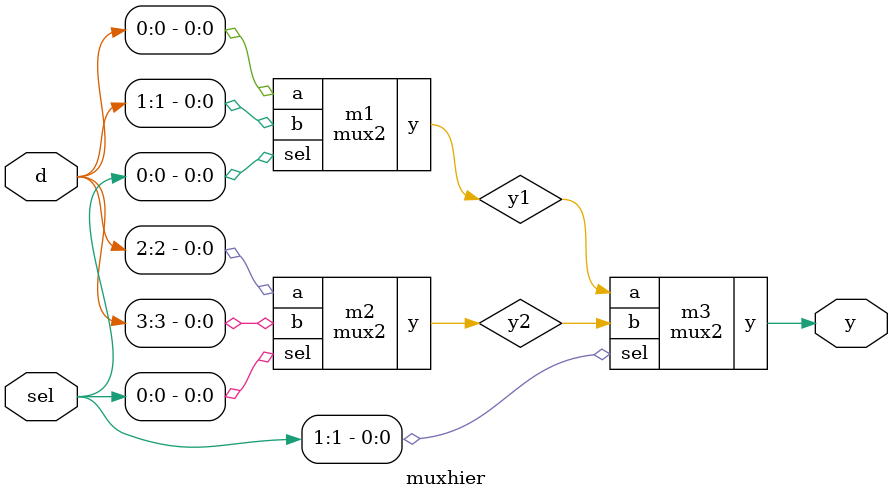
<source format=sv>
module mux2(

input logic a,b,sel,
output logic y
);

assign y = sel?b:a;
endmodule

module muxhier( 
input logic [3:0] d,
input logic [1:0] sel,
output logic y
);
logic y1,y2;
mux2 m1(.a(d[0]), .b(d[1]), .sel(sel[0]), .y(y1));
mux2 m2(.a(d[2]), .b(d[3]), .sel(sel[0]), .y(y2));
mux2 m3(.a(y1) , .b(y2), .sel(sel[1]), .y(y));

endmodule
</source>
